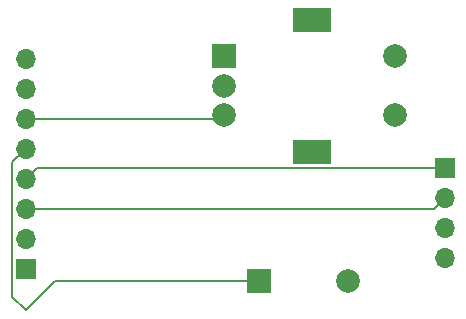
<source format=gbr>
%TF.GenerationSoftware,KiCad,Pcbnew,9.0.0*%
%TF.CreationDate,2025-03-28T18:13:54-04:00*%
%TF.ProjectId,thung,7468756e-672e-46b6-9963-61645f706362,rev?*%
%TF.SameCoordinates,Original*%
%TF.FileFunction,Copper,L2,Bot*%
%TF.FilePolarity,Positive*%
%FSLAX46Y46*%
G04 Gerber Fmt 4.6, Leading zero omitted, Abs format (unit mm)*
G04 Created by KiCad (PCBNEW 9.0.0) date 2025-03-28 18:13:54*
%MOMM*%
%LPD*%
G01*
G04 APERTURE LIST*
%TA.AperFunction,ComponentPad*%
%ADD10R,1.700000X1.700000*%
%TD*%
%TA.AperFunction,ComponentPad*%
%ADD11O,1.700000X1.700000*%
%TD*%
%TA.AperFunction,ComponentPad*%
%ADD12R,2.000000X2.000000*%
%TD*%
%TA.AperFunction,ComponentPad*%
%ADD13C,2.000000*%
%TD*%
%TA.AperFunction,ComponentPad*%
%ADD14R,3.200000X2.000000*%
%TD*%
%TA.AperFunction,Conductor*%
%ADD15C,0.200000*%
%TD*%
G04 APERTURE END LIST*
D10*
%TO.P,J2,1,Pin_1*%
%TO.N,Net-(J1-Pin_4)*%
X30500000Y-49000000D03*
D11*
%TO.P,J2,2,Pin_2*%
%TO.N,Net-(BZ1--)*%
X30500000Y-46460000D03*
%TO.P,J2,3,Pin_3*%
%TO.N,Net-(J1-Pin_2)*%
X30500000Y-43920000D03*
%TO.P,J2,4,Pin_4*%
%TO.N,Net-(J1-Pin_1)*%
X30500000Y-41380000D03*
%TO.P,J2,5,Pin_5*%
%TO.N,Net-(BZ1-+)*%
X30500000Y-38840000D03*
%TO.P,J2,6,Pin_6*%
%TO.N,Net-(J2-Pin_6)*%
X30500000Y-36300000D03*
%TO.P,J2,7,Pin_7*%
%TO.N,Net-(J2-Pin_7)*%
X30500000Y-33760000D03*
%TO.P,J2,8,Pin_8*%
%TO.N,Net-(J2-Pin_8)*%
X30500000Y-31220000D03*
%TD*%
D10*
%TO.P,J1,1,Pin_1*%
%TO.N,Net-(J1-Pin_1)*%
X66000000Y-40420000D03*
D11*
%TO.P,J1,2,Pin_2*%
%TO.N,Net-(J1-Pin_2)*%
X66000000Y-42960000D03*
%TO.P,J1,3,Pin_3*%
%TO.N,Net-(BZ1--)*%
X66000000Y-45500000D03*
%TO.P,J1,4,Pin_4*%
%TO.N,Net-(J1-Pin_4)*%
X66000000Y-48040000D03*
%TD*%
D12*
%TO.P,SW1,A,A*%
%TO.N,Net-(J2-Pin_7)*%
X47250000Y-31000000D03*
D13*
%TO.P,SW1,B,B*%
%TO.N,Net-(J2-Pin_6)*%
X47250000Y-36000000D03*
%TO.P,SW1,C,C*%
%TO.N,Net-(BZ1--)*%
X47250000Y-33500000D03*
D14*
%TO.P,SW1,MP*%
%TO.N,N/C*%
X54750000Y-27900000D03*
X54750000Y-39100000D03*
D13*
%TO.P,SW1,S1,S1*%
%TO.N,Net-(J2-Pin_8)*%
X61750000Y-36000000D03*
%TO.P,SW1,S2,S2*%
%TO.N,Net-(BZ1--)*%
X61750000Y-31000000D03*
%TD*%
D12*
%TO.P,BZ1,1,+*%
%TO.N,Net-(BZ1-+)*%
X50200000Y-50000000D03*
D13*
%TO.P,BZ1,2,-*%
%TO.N,Net-(BZ1--)*%
X57800000Y-50000000D03*
%TD*%
D15*
%TO.N,Net-(BZ1-+)*%
X33000000Y-50000000D02*
X50200000Y-50000000D01*
X30500000Y-52500000D02*
X33000000Y-50000000D01*
X29349000Y-39991000D02*
X29349000Y-51349000D01*
X30500000Y-38840000D02*
X29349000Y-39991000D01*
X29349000Y-51349000D02*
X30500000Y-52500000D01*
%TO.N,Net-(J1-Pin_2)*%
X66000000Y-42960000D02*
X65040000Y-43920000D01*
X65040000Y-43920000D02*
X30500000Y-43920000D01*
%TO.N,Net-(J1-Pin_1)*%
X31460000Y-40420000D02*
X66000000Y-40420000D01*
X30500000Y-41380000D02*
X31460000Y-40420000D01*
%TO.N,Net-(J2-Pin_6)*%
X30500000Y-36300000D02*
X46950000Y-36300000D01*
X46950000Y-36300000D02*
X47250000Y-36000000D01*
%TD*%
M02*

</source>
